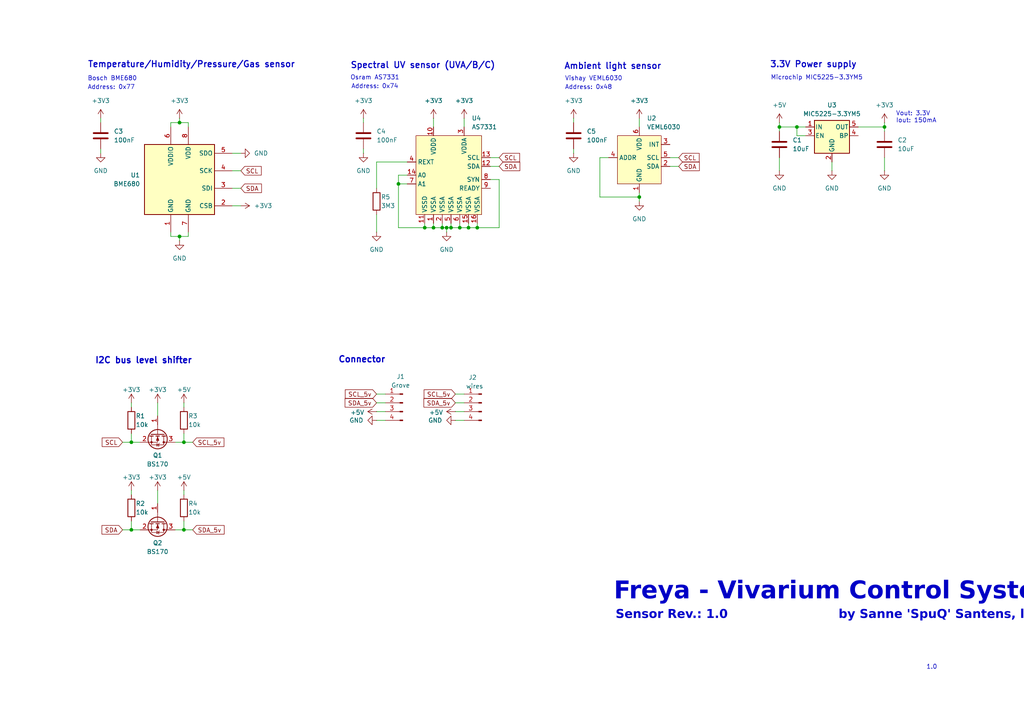
<source format=kicad_sch>
(kicad_sch (version 20231120) (generator "eeschema") (generator_version "8.0")
  (paper "A4")
  (lib_symbols
    (symbol "Connector:Conn_01x04_Pin" (pin_names (offset 1.016) hide)
      (property "Reference" "J" (at 0 5.08 0))
      (property "Value" "Conn_01x04_Pin" (at 0 -7.62 0))
      (symbol "Conn_01x04_Pin_1_1"
        (polyline (pts (xy 1.27 -5.08) (xy 0.8636 -5.08)) (stroke (width 0.1524)))
        (polyline (pts (xy 1.27 -2.54) (xy 0.8636 -2.54)) (stroke (width 0.1524)))
        (polyline (pts (xy 1.27 0) (xy 0.8636 0)) (stroke (width 0.1524)))
        (polyline (pts (xy 1.27 2.54) (xy 0.8636 2.54)) (stroke (width 0.1524)))
        (rectangle (start 0.8636 -4.953) (end 0 -5.207) (stroke (width 0.1524)) (fill (type outline)))
        (rectangle (start 0.8636 -2.413) (end 0 -2.667) (stroke (width 0.1524)) (fill (type outline)))
        (rectangle (start 0.8636 0.127) (end 0 -0.127) (stroke (width 0.1524)) (fill (type outline)))
        (rectangle (start 0.8636 2.667) (end 0 2.413) (stroke (width 0.1524)) (fill (type outline)))
        (pin passive line (at 5.08 2.54 180) (length 3.81) (name "Pin_1") (number "1"))
        (pin passive line (at 5.08 0 180) (length 3.81) (name "Pin_2") (number "2"))
        (pin passive line (at 5.08 -2.54 180) (length 3.81) (name "Pin_3") (number "3"))
        (pin passive line (at 5.08 -5.08 180) (length 3.81) (name "Pin_4") (number "4"))
      )
    )
    (symbol "Device:C" (pin_numbers hide) (pin_names (offset 0.254))
      (property "Reference" "C" (at 0.635 2.54 0))
      (property "Value" "C" (at 0.635 -2.54 0))
      (symbol "C_0_1"
        (polyline (pts (xy -2.032 -0.762) (xy 2.032 -0.762)) (stroke (width 0.508)))
        (polyline (pts (xy -2.032 0.762) (xy 2.032 0.762)) (stroke (width 0.508)))
      )
      (symbol "C_1_1"
        (pin passive line (at 0 3.81 270) (length 2.794) (name "~") (number "1"))
        (pin passive line (at 0 -3.81 90) (length 2.794) (name "~") (number "2"))
      )
    )
    (symbol "Device:Q_NMOS_GSD" (pin_names (offset 0) hide)
      (property "Reference" "Q" (at 5.08 1.27 0))
      (property "Value" "Q_NMOS_GSD" (at 5.08 -1.27 0))
      (symbol "Q_NMOS_GSD_0_1"
        (polyline (pts (xy 0.254 0) (xy -2.54 0)))
        (polyline (pts (xy 0.254 1.905) (xy 0.254 -1.905)) (stroke (width 0.254)))
        (polyline (pts (xy 0.762 -1.27) (xy 0.762 -2.286)) (stroke (width 0.254)))
        (polyline (pts (xy 0.762 0.508) (xy 0.762 -0.508)) (stroke (width 0.254)))
        (polyline (pts (xy 0.762 2.286) (xy 0.762 1.27)) (stroke (width 0.254)))
        (polyline (pts (xy 2.54 2.54) (xy 2.54 1.778)))
        (polyline (pts (xy 2.54 -2.54) (xy 2.54 0) (xy 0.762 0)))
        (polyline (pts (xy 0.762 -1.778) (xy 3.302 -1.778) (xy 3.302 1.778) (xy 0.762 1.778)))
        (polyline (pts (xy 1.016 0) (xy 2.032 0.381) (xy 2.032 -0.381) (xy 1.016 0)) (fill (type outline)))
        (polyline (pts (xy 2.794 0.508) (xy 2.921 0.381) (xy 3.683 0.381) (xy 3.81 0.254)))
        (polyline (pts (xy 3.302 0.381) (xy 2.921 -0.254) (xy 3.683 -0.254) (xy 3.302 0.381)))
        (circle (center 1.651 0) (radius 2.794) (stroke (width 0.254)))
        (circle (center 2.54 -1.778) (radius 0.254) (fill (type outline)))
        (circle (center 2.54 1.778) (radius 0.254) (fill (type outline)))
      )
      (symbol "Q_NMOS_GSD_1_1"
        (pin input line (at -5.08 0 0) (length 2.54) (name "G") (number "1"))
        (pin passive line (at 2.54 -5.08 90) (length 2.54) (name "S") (number "2"))
        (pin passive line (at 2.54 5.08 270) (length 2.54) (name "D") (number "3"))
      )
    )
    (symbol "Device:R" (pin_numbers hide) (pin_names (offset 0))
      (property "Reference" "R" (at 2.032 0 90))
      (property "Value" "R" (at 0 0 90))
      (symbol "R_0_1"
        (rectangle (start -1.016 -2.54) (end 1.016 2.54) (stroke (width 0.254)))
      )
      (symbol "R_1_1"
        (pin passive line (at 0 3.81 270) (length 1.27) (name "~") (number "1"))
        (pin passive line (at 0 -3.81 90) (length 1.27) (name "~") (number "2"))
      )
    )
    (symbol "Regulator_Linear:MIC5219-3.3YM5" (pin_names (offset 0.254))
      (property "Reference" "U" (at -3.81 5.715 0))
      (property "Value" "MIC5219-3.3YM5" (at 0 5.715 0))
      (symbol "MIC5219-3.3YM5_0_1"
        (rectangle (start -5.08 4.445) (end 5.08 -5.08) (stroke (width 0.254)) (fill (type background)))
      )
      (symbol "MIC5219-3.3YM5_1_1"
        (pin power_in line (at -7.62 2.54 0) (length 2.54) (name "IN") (number "1"))
        (pin power_in line (at 0 -7.62 90) (length 2.54) (name "GND") (number "2"))
        (pin input line (at -7.62 0 0) (length 2.54) (name "EN") (number "3"))
        (pin input line (at 7.62 0 180) (length 2.54) (name "BP") (number "4"))
        (pin power_out line (at 7.62 2.54 180) (length 2.54) (name "OUT") (number "5"))
      )
    )
    (symbol "Sensor:BME280"
      (property "Reference" "U" (at -8.89 11.43 0))
      (property "Value" "BME280" (at 7.62 11.43 0))
      (symbol "BME280_0_1"
        (rectangle (start -10.16 10.16) (end 10.16 -10.16) (stroke (width 0.254)) (fill (type background)))
      )
      (symbol "BME280_1_1"
        (pin power_in line (at -2.54 -15.24 90) (length 5.08) (name "GND") (number "1"))
        (pin input line (at 15.24 -7.62 180) (length 5.08) (name "CSB") (number "2"))
        (pin bidirectional line (at 15.24 -2.54 180) (length 5.08) (name "SDI") (number "3"))
        (pin input line (at 15.24 2.54 180) (length 5.08) (name "SCK") (number "4"))
        (pin bidirectional line (at 15.24 7.62 180) (length 5.08) (name "SDO") (number "5"))
        (pin power_in line (at -2.54 15.24 270) (length 5.08) (name "VDDIO") (number "6"))
        (pin power_in line (at 2.54 -15.24 90) (length 5.08) (name "GND") (number "7"))
        (pin power_in line (at 2.54 15.24 270) (length 5.08) (name "VDD") (number "8"))
      )
    )
    (symbol "emcosys_symbol_library:AS7331"
      (property "Reference" "U4" (at 6.0041 15.24 0))
      (property "Value" "AS7331" (at 6.0041 12.7 0))
      (symbol "AS7331_1_1"
        (rectangle (start -10.16 10.16) (end 8.89 -12.7) (fill (type background)))
        (pin power_in line (at -5.08 -15.24 90) (length 2.54) (name "VSSA") (number "1"))
        (pin power_in line (at -5.08 12.7 270) (length 2.54) (name "VDDD") (number "10"))
        (pin power_in line (at -7.62 -15.24 90) (length 2.54) (name "VSSD") (number "11"))
        (pin bidirectional line (at 11.43 1.27 180) (length 2.54) (name "SDA") (number "12"))
        (pin bidirectional line (at 11.43 3.81 180) (length 2.54) (name "SCL") (number "13"))
        (pin input line (at -12.7 -1.27 0) (length 2.54) (name "A0") (number "14"))
        (pin power_in line (at 5.08 -15.24 90) (length 2.54) (name "VSSA") (number "15"))
        (pin power_in line (at 7.62 -15.24 90) (length 2.54) (name "VSSA") (number "16"))
        (pin power_in line (at -2.54 -15.24 90) (length 2.54) (name "VSSA") (number "2"))
        (pin power_in line (at 3.81 12.7 270) (length 2.54) (name "VDDA") (number "3"))
        (pin passive line (at -12.7 2.54 0) (length 2.54) (name "REXT") (number "4"))
        (pin power_in line (at 0 -15.24 90) (length 2.54) (name "VSSA") (number "5"))
        (pin power_in line (at 2.54 -15.24 90) (length 2.54) (name "VSSA") (number "6"))
        (pin input line (at -12.7 -3.81 0) (length 2.54) (name "A1") (number "7"))
        (pin output line (at 11.43 -2.54 180) (length 2.54) (name "SYN") (number "8"))
        (pin output line (at 11.43 -5.08 180) (length 2.54) (name "READY") (number "9"))
      )
    )
    (symbol "emcosys_symbol_library:veml6030"
      (property "Reference" "U**" (at 3.556 10.414 0))
      (property "Value" "VEML6030" (at 6.604 7.62 0))
      (symbol "veml6030_1_1"
        (rectangle (start -6.35 6.35) (end 6.35 -7.62) (fill (type background)))
        (pin power_in line (at 0 -10.16 90) (length 2.54) (name "GND") (number "1"))
        (pin bidirectional line (at 8.89 -2.54 180) (length 2.54) (name "SDA") (number "2"))
        (pin output line (at 8.89 3.81 180) (length 2.54) (name "INT") (number "3"))
        (pin input line (at -8.89 0 0) (length 2.54) (name "ADDR") (number "4"))
        (pin bidirectional line (at 8.89 0 180) (length 2.54) (name "SCL") (number "5"))
        (pin power_in line (at 0 8.89 270) (length 2.54) (name "VDD") (number "6"))
      )
    )
    (symbol "power:+3V3" (power) (pin_numbers hide) (pin_names (offset 0) hide)
      (property "Value" "+3V3" (at 0 3.556 0))
      (symbol "+3V3_0_1"
        (polyline (pts (xy -0.762 1.27) (xy 0 2.54)))
        (polyline (pts (xy 0 0) (xy 0 2.54)))
        (polyline (pts (xy 0 2.54) (xy 0.762 1.27)))
      )
      (symbol "+3V3_1_1"
        (pin power_in line (at 0 0 90) (length 0) (name "~") (number "1"))
      )
    )
    (symbol "power:+5V" (power) (pin_numbers hide) (pin_names (offset 0) hide)
      (property "Value" "+5V" (at 0 3.556 0))
      (symbol "+5V_0_1"
        (polyline (pts (xy -0.762 1.27) (xy 0 2.54)))
        (polyline (pts (xy 0 0) (xy 0 2.54)))
        (polyline (pts (xy 0 2.54) (xy 0.762 1.27)))
      )
      (symbol "+5V_1_1"
        (pin power_in line (at 0 0 90) (length 0) (name "~") (number "1"))
      )
    )
    (symbol "power:GND" (power) (pin_numbers hide) (pin_names (offset 0) hide)
      (property "Value" "GND" (at 0 -3.81 0))
      (symbol "GND_0_1"
        (polyline (pts (xy 0 0) (xy 0 -1.27) (xy 1.27 -1.27) (xy 0 -2.54) (xy -1.27 -1.27) (xy 0 -1.27)))
      )
      (symbol "GND_1_1"
        (pin power_in line (at 0 0 270) (length 0) (name "~") (number "1"))
      )
    )
  )
  (junction (at 138.43 66.04))
  (junction (at 185.42 57.15))
  (junction (at 53.34 153.67))
  (junction (at 52.07 35.56))
  (junction (at 231.14 36.83))
  (junction (at 123.19 66.04))
  (junction (at 38.1 153.67))
  (junction (at 256.54 36.83))
  (junction (at 129.54 66.04))
  (junction (at 226.06 36.83))
  (junction (at 52.07 68.58))
  (junction (at 130.81 66.04))
  (junction (at 125.73 66.04))
  (junction (at 128.27 66.04))
  (junction (at 135.89 66.04))
  (junction (at 115.57 53.34))
  (junction (at 133.35 66.04))
  (junction (at 53.34 128.27))
  (junction (at 38.1 128.27))
  (wire (pts (xy 256.54 36.83) (xy 256.54 38.1)))
  (wire (pts (xy 53.34 128.27) (xy 53.34 125.73)))
  (wire (pts (xy 53.34 128.27) (xy 55.88 128.27)))
  (wire (pts (xy 256.54 35.56) (xy 256.54 36.83)))
  (wire (pts (xy 50.8 128.27) (xy 53.34 128.27)))
  (wire (pts (xy 226.06 36.83) (xy 231.14 36.83)))
  (wire (pts (xy 67.31 59.69) (xy 69.85 59.69)))
  (wire (pts (xy 142.24 45.72) (xy 144.78 45.72)))
  (wire (pts (xy 134.62 34.29) (xy 134.62 36.83)))
  (wire (pts (xy 144.78 52.07) (xy 144.78 66.04)))
  (wire (pts (xy 226.06 36.83) (xy 226.06 38.1)))
  (wire (pts (xy 38.1 116.84) (xy 38.1 118.11)))
  (wire (pts (xy 115.57 66.04) (xy 123.19 66.04)))
  (wire (pts (xy 185.42 55.88) (xy 185.42 57.15)))
  (wire (pts (xy 226.06 45.72) (xy 226.06 49.53)))
  (wire (pts (xy 142.24 52.07) (xy 144.78 52.07)))
  (wire (pts (xy 142.24 48.26) (xy 144.78 48.26)))
  (wire (pts (xy 52.07 34.29) (xy 52.07 35.56)))
  (wire (pts (xy 115.57 50.8) (xy 115.57 53.34)))
  (wire (pts (xy 185.42 34.29) (xy 185.42 36.83)))
  (wire (pts (xy 109.22 114.3) (xy 111.76 114.3)))
  (wire (pts (xy 194.31 45.72) (xy 196.85 45.72)))
  (wire (pts (xy 35.56 153.67) (xy 38.1 153.67)))
  (wire (pts (xy 135.89 64.77) (xy 135.89 66.04)))
  (wire (pts (xy 54.61 67.31) (xy 54.61 68.58)))
  (wire (pts (xy 50.8 153.67) (xy 53.34 153.67)))
  (wire (pts (xy 132.08 114.3) (xy 134.62 114.3)))
  (wire (pts (xy 129.54 66.04) (xy 129.54 67.31)))
  (wire (pts (xy 125.73 34.29) (xy 125.73 36.83)))
  (wire (pts (xy 123.19 66.04) (xy 125.73 66.04)))
  (wire (pts (xy 49.53 68.58) (xy 52.07 68.58)))
  (wire (pts (xy 53.34 142.24) (xy 53.34 143.51)))
  (wire (pts (xy 115.57 53.34) (xy 115.57 66.04)))
  (wire (pts (xy 109.22 62.23) (xy 109.22 67.31)))
  (wire (pts (xy 125.73 66.04) (xy 128.27 66.04)))
  (wire (pts (xy 115.57 53.34) (xy 118.11 53.34)))
  (wire (pts (xy 35.56 128.27) (xy 38.1 128.27)))
  (wire (pts (xy 173.99 45.72) (xy 173.99 57.15)))
  (wire (pts (xy 128.27 66.04) (xy 129.54 66.04)))
  (wire (pts (xy 125.73 64.77) (xy 125.73 66.04)))
  (wire (pts (xy 166.37 43.18) (xy 166.37 44.45)))
  (wire (pts (xy 45.72 116.84) (xy 45.72 120.65)))
  (wire (pts (xy 54.61 35.56) (xy 54.61 36.83)))
  (wire (pts (xy 248.92 36.83) (xy 256.54 36.83)))
  (wire (pts (xy 231.14 36.83) (xy 233.68 36.83)))
  (wire (pts (xy 130.81 64.77) (xy 130.81 66.04)))
  (wire (pts (xy 133.35 64.77) (xy 133.35 66.04)))
  (wire (pts (xy 38.1 142.24) (xy 38.1 143.51)))
  (wire (pts (xy 109.22 46.99) (xy 118.11 46.99)))
  (wire (pts (xy 173.99 57.15) (xy 185.42 57.15)))
  (wire (pts (xy 226.06 35.56) (xy 226.06 36.83)))
  (wire (pts (xy 111.76 119.38) (xy 109.22 119.38)))
  (wire (pts (xy 29.21 34.29) (xy 29.21 35.56)))
  (wire (pts (xy 231.14 39.37) (xy 231.14 36.83)))
  (wire (pts (xy 111.76 121.92) (xy 109.22 121.92)))
  (wire (pts (xy 38.1 153.67) (xy 40.64 153.67)))
  (wire (pts (xy 241.3 46.99) (xy 241.3 49.53)))
  (wire (pts (xy 134.62 119.38) (xy 132.08 119.38)))
  (wire (pts (xy 233.68 39.37) (xy 231.14 39.37)))
  (wire (pts (xy 29.21 43.18) (xy 29.21 44.45)))
  (wire (pts (xy 49.53 67.31) (xy 49.53 68.58)))
  (wire (pts (xy 134.62 121.92) (xy 132.08 121.92)))
  (wire (pts (xy 67.31 44.45) (xy 69.85 44.45)))
  (wire (pts (xy 52.07 68.58) (xy 52.07 69.85)))
  (wire (pts (xy 38.1 125.73) (xy 38.1 128.27)))
  (wire (pts (xy 185.42 57.15) (xy 185.42 58.42)))
  (wire (pts (xy 134.62 116.84) (xy 132.08 116.84)))
  (wire (pts (xy 105.41 34.29) (xy 105.41 35.56)))
  (wire (pts (xy 38.1 151.13) (xy 38.1 153.67)))
  (wire (pts (xy 53.34 153.67) (xy 55.88 153.67)))
  (wire (pts (xy 128.27 64.77) (xy 128.27 66.04)))
  (wire (pts (xy 138.43 66.04) (xy 138.43 64.77)))
  (wire (pts (xy 118.11 50.8) (xy 115.57 50.8)))
  (wire (pts (xy 53.34 153.67) (xy 53.34 151.13)))
  (wire (pts (xy 49.53 36.83) (xy 49.53 35.56)))
  (wire (pts (xy 67.31 49.53) (xy 69.85 49.53)))
  (wire (pts (xy 49.53 35.56) (xy 52.07 35.56)))
  (wire (pts (xy 144.78 66.04) (xy 138.43 66.04)))
  (wire (pts (xy 166.37 34.29) (xy 166.37 35.56)))
  (wire (pts (xy 45.72 142.24) (xy 45.72 146.05)))
  (wire (pts (xy 123.19 64.77) (xy 123.19 66.04)))
  (wire (pts (xy 194.31 48.26) (xy 196.85 48.26)))
  (wire (pts (xy 256.54 45.72) (xy 256.54 49.53)))
  (wire (pts (xy 67.31 54.61) (xy 69.85 54.61)))
  (wire (pts (xy 53.34 116.84) (xy 53.34 118.11)))
  (wire (pts (xy 135.89 66.04) (xy 138.43 66.04)))
  (wire (pts (xy 111.76 116.84) (xy 109.22 116.84)))
  (wire (pts (xy 133.35 66.04) (xy 135.89 66.04)))
  (wire (pts (xy 38.1 128.27) (xy 40.64 128.27)))
  (wire (pts (xy 109.22 54.61) (xy 109.22 46.99)))
  (wire (pts (xy 130.81 66.04) (xy 133.35 66.04)))
  (wire (pts (xy 105.41 43.18) (xy 105.41 44.45)))
  (wire (pts (xy 52.07 68.58) (xy 54.61 68.58)))
  (wire (pts (xy 176.53 45.72) (xy 173.99 45.72)))
  (wire (pts (xy 129.54 66.04) (xy 130.81 66.04)))
  (wire (pts (xy 52.07 35.56) (xy 54.61 35.56)))
  (text "Spectral UV sensor (UVA/B/C)" (at 101.6 19.05 0) (effects (font (size 1.778 1.778) (thickness 0.3048) (bold yes)) (justify left)))
  (text "Bosch BME680" (at 25.4 22.86 0) (effects (font (size 1.27 1.27)) (justify left)))
  (text "Sensor Rev.: 1.0                          by Sanne 'SpuQ' Santens, late 2024" (at 178.562 179.07 0) (effects (font (size 2.54 2.54)) (justify left)))
  (text "3.3V Power supply" (at 223.266 18.796 0) (effects (font (size 1.778 1.778) (thickness 0.3048) (bold yes)) (justify left)))
  (text "Vout: 3.3V\nIout: 150mA\n" (at 259.842 34.036 0) (effects (font (size 1.27 1.27)) (justify left)))
  (text "Address: 0x77" (at 25.4 25.4 0) (effects (font (size 1.27 1.27)) (justify left)))
  (text "Connector" (at 98.044 104.394 0) (effects (font (size 1.778 1.778) (thickness 0.3556) (bold yes)) (justify left)))
  (text "Microchip MIC5225-3.3YM5" (at 223.52 22.606 0) (effects (font (size 1.27 1.27)) (justify left)))
  (text "Address: 0x74" (at 101.854 25.146 0) (effects (font (size 1.27 1.27)) (justify left)))
  (text "I2C bus level shifter" (at 41.656 104.648 0) (effects (font (size 1.778 1.778) (thickness 0.3556) (bold yes))))
  (text "Vishay VEML6030" (at 163.83 22.86 0) (effects (font (size 1.27 1.27)) (justify left)))
  (text "Osram AS7331" (at 101.6 22.606 0) (effects (font (size 1.27 1.27)) (justify left)))
  (text "Address: 0x48" (at 163.83 25.4 0) (effects (font (size 1.27 1.27)) (justify left)))
  (text "Ambient light sensor" (at 163.576 19.304 0) (effects (font (size 1.778 1.778) (thickness 0.3048) (bold yes)) (justify left)))
  (text "Freya - Vivarium Control System" (at 178.054 172.974 0) (effects (font (size 5.08 5.08)) (justify left)))
  (text "1.0" (at 270.256 193.548 0) (effects (font (size 1.27 1.27))))
  (text "Temperature/Humidity/Pressure/Gas sensor" (at 25.4 18.796 0) (effects (font (size 1.778 1.778) (thickness 0.3048) (bold yes)) (justify left)))
  (global_label "SCL" (shape input) (at 144.78 45.72 0) (property "Intersheetrefs" "${INTERSHEET_REFS}" (effects (hide yes))))
  (global_label "SCL" (shape input) (at 35.56 128.27 180) (property "Intersheetrefs" "${INTERSHEET_REFS}" (effects (hide yes))))
  (global_label "SDA" (shape input) (at 144.78 48.26 0) (property "Intersheetrefs" "${INTERSHEET_REFS}" (effects (hide yes))))
  (global_label "SCL_5v" (shape input) (at 109.22 114.3 180) (property "Intersheetrefs" "${INTERSHEET_REFS}" (effects (hide yes))))
  (global_label "SCL_5v" (shape input) (at 55.88 128.27 0) (property "Intersheetrefs" "${INTERSHEET_REFS}" (effects (hide yes))))
  (global_label "SDA_5v" (shape input) (at 109.22 116.84 180) (property "Intersheetrefs" "${INTERSHEET_REFS}" (effects (hide yes))))
  (global_label "SCL_5v" (shape input) (at 132.08 114.3 180) (property "Intersheetrefs" "${INTERSHEET_REFS}" (effects (hide yes))))
  (global_label "SDA_5v" (shape input) (at 132.08 116.84 180) (property "Intersheetrefs" "${INTERSHEET_REFS}" (effects (hide yes))))
  (global_label "SDA" (shape input) (at 196.85 48.26 0) (property "Intersheetrefs" "${INTERSHEET_REFS}" (effects (hide yes))))
  (global_label "SDA" (shape input) (at 69.85 54.61 0) (property "Intersheetrefs" "${INTERSHEET_REFS}" (effects (hide yes))))
  (global_label "SCL" (shape input) (at 69.85 49.53 0) (property "Intersheetrefs" "${INTERSHEET_REFS}" (effects (hide yes))))
  (global_label "SDA" (shape input) (at 35.56 153.67 180) (property "Intersheetrefs" "${INTERSHEET_REFS}" (effects (hide yes))))
  (global_label "SDA_5v" (shape input) (at 55.88 153.67 0) (property "Intersheetrefs" "${INTERSHEET_REFS}" (effects (hide yes))))
  (global_label "SCL" (shape input) (at 196.85 45.72 0) (property "Intersheetrefs" "${INTERSHEET_REFS}" (effects (hide yes))))
  (symbol (lib_id "power:GND") (at 29.21 44.45 0) (unit 1)
    (property "Reference" "#PWR023" (effects (hide yes)))
    (property "Value" "GND" (at 29.21 49.53 0))
    (property "Description" "Power symbol creates a global label with name \"GND\" , ground" (effects (hide yes)))
  )
  (symbol (lib_id "Device:C") (at 29.21 39.37 0) (unit 1)
    (property "Reference" "C3" (at 33.02 38.0999 0) (effects (justify left)))
    (property "Value" "100nF" (at 33.02 40.6399 0) (effects (justify left)))
    (property "Footprint" "Capacitor_SMD:C_0805_2012Metric" (effects (hide yes)))
    (property "Description" "Unpolarized capacitor" (effects (hide yes)))
  )
  (symbol (lib_id "power:GND") (at 109.22 121.92 270) (mirror x) (unit 1)
    (property "Reference" "#PWR08" (effects (hide yes)))
    (property "Value" "GND" (at 105.41 121.9199 90) (effects (justify right)))
    (property "Description" "Power symbol creates a global label with name \"GND\" , ground" (effects (hide yes)))
  )
  (symbol (lib_id "Connector:Conn_01x04_Pin") (at 116.84 116.84 0) (mirror y) (unit 1)
    (property "Reference" "J1" (at 116.205 109.22 0))
    (property "Value" "Grove" (at 116.205 111.76 0))
    (property "Footprint" "emcosys:Grove_SMD_right_angle" (effects (hide yes)))
    (property "Description" "Generic connector, single row, 01x04, script generated" (effects (hide yes)))
  )
  (symbol (lib_id "power:+3V3") (at 166.37 34.29 0) (unit 1)
    (property "Reference" "#PWR022" (effects (hide yes)))
    (property "Value" "+3V3" (at 166.37 29.21 0))
    (property "Description" "Power symbol creates a global label with name \"+3V3\"" (effects (hide yes)))
  )
  (symbol (lib_id "power:+3V3") (at 185.42 34.29 0) (unit 1)
    (property "Reference" "#PWR012" (effects (hide yes)))
    (property "Value" "+3V3" (at 185.42 29.21 0))
    (property "Description" "Power symbol creates a global label with name \"+3V3\"" (effects (hide yes)))
  )
  (symbol (lib_id "power:+3V3") (at 45.72 142.24 0) (unit 1)
    (property "Reference" "#PWR04" (effects (hide yes)))
    (property "Value" "+3V3" (at 45.72 138.43 0))
    (property "Description" "Power symbol creates a global label with name \"+3V3\"" (effects (hide yes)))
  )
  (symbol (lib_id "power:+3V3") (at 69.85 59.69 270) (unit 1)
    (property "Reference" "#PWR027" (effects (hide yes)))
    (property "Value" "+3V3" (at 73.66 59.6899 90) (effects (justify left)))
    (property "Description" "Power symbol creates a global label with name \"+3V3\"" (effects (hide yes)))
  )
  (symbol (lib_id "power:+3V3") (at 52.07 34.29 0) (unit 1)
    (property "Reference" "#PWR011" (effects (hide yes)))
    (property "Value" "+3V3" (at 52.07 29.21 0))
    (property "Description" "Power symbol creates a global label with name \"+3V3\"" (effects (hide yes)))
  )
  (symbol (lib_id "power:+3V3") (at 38.1 142.24 0) (unit 1)
    (property "Reference" "#PWR02" (effects (hide yes)))
    (property "Value" "+3V3" (at 38.1 138.43 0))
    (property "Description" "Power symbol creates a global label with name \"+3V3\"" (effects (hide yes)))
  )
  (symbol (lib_id "Device:Q_NMOS_GSD") (at 45.72 125.73 270) (unit 1)
    (property "Reference" "Q1" (at 45.72 132.08 90))
    (property "Value" "BS170" (at 45.72 134.62 90))
    (property "Footprint" "Package_TO_SOT_SMD:SOT-23" (effects (hide yes)))
    (property "Description" "N-MOSFET transistor, gate/source/drain" (effects (hide yes)))
  )
  (symbol (lib_id "Device:Q_NMOS_GSD") (at 45.72 151.13 270) (unit 1)
    (property "Reference" "Q2" (at 45.72 157.48 90))
    (property "Value" "BS170" (at 45.72 160.02 90))
    (property "Footprint" "Package_TO_SOT_SMD:SOT-23" (effects (hide yes)))
    (property "Description" "N-MOSFET transistor, gate/source/drain" (effects (hide yes)))
  )
  (symbol (lib_id "Device:R") (at 38.1 121.92 0) (unit 1)
    (property "Reference" "R1" (at 39.37 120.65 0) (effects (justify left)))
    (property "Value" "10k" (at 39.37 123.19 0) (effects (justify left)))
    (property "Footprint" "Resistor_SMD:R_0805_2012Metric" (effects (hide yes)))
    (property "Description" "Resistor" (effects (hide yes)))
  )
  (symbol (lib_id "emcosys_symbol_library:AS7331") (at 130.81 49.53 0) (unit 1)
    (property "Reference" "U4" (at 136.8141 34.29 0) (effects (justify left)))
    (property "Value" "AS7331" (at 136.8141 36.83 0) (effects (justify left)))
    (property "Footprint" "emcosys:Osram_AS7331" (effects (hide yes)))
  )
  (symbol (lib_id "power:+5V") (at 53.34 142.24 0) (unit 1)
    (property "Reference" "#PWR06" (effects (hide yes)))
    (property "Value" "+5V" (at 53.34 138.43 0))
    (property "Description" "Power symbol creates a global label with name \"+5V\"" (effects (hide yes)))
  )
  (symbol (lib_id "power:GND") (at 109.22 67.31 0) (unit 1)
    (property "Reference" "#PWR031" (effects (hide yes)))
    (property "Value" "GND" (at 109.22 72.39 0))
    (property "Description" "Power symbol creates a global label with name \"GND\" , ground" (effects (hide yes)))
  )
  (symbol (lib_id "Connector:Conn_01x04_Pin") (at 139.7 116.84 0) (mirror y) (unit 1)
    (property "Reference" "J2" (at 135.89 109.474 0) (effects (justify right)))
    (property "Value" "wires" (at 135.128 112.014 0) (effects (justify right)))
    (property "Footprint" "Connector_PinHeader_2.54mm:PinHeader_1x04_P2.54mm_Vertical" (effects (hide yes)))
    (property "Description" "Generic connector, single row, 01x04, script generated" (effects (hide yes)))
  )
  (symbol (lib_id "power:+3V3") (at 45.72 116.84 0) (unit 1)
    (property "Reference" "#PWR03" (effects (hide yes)))
    (property "Value" "+3V3" (at 45.72 113.03 0))
    (property "Description" "Power symbol creates a global label with name \"+3V3\"" (effects (hide yes)))
  )
  (symbol (lib_id "power:+3V3") (at 125.73 34.29 0) (unit 1)
    (property "Reference" "#PWR028" (effects (hide yes)))
    (property "Value" "+3V3" (at 125.73 29.21 0))
    (property "Description" "Power symbol creates a global label with name \"+3V3\"" (effects (hide yes)))
  )
  (symbol (lib_id "power:+3V3") (at 38.1 116.84 0) (unit 1)
    (property "Reference" "#PWR01" (effects (hide yes)))
    (property "Value" "+3V3" (at 38.1 113.03 0))
    (property "Description" "Power symbol creates a global label with name \"+3V3\"" (effects (hide yes)))
  )
  (symbol (lib_id "emcosys_symbol_library:veml6030") (at 185.42 45.72 0) (unit 1)
    (property "Reference" "U2" (at 187.6141 34.29 0) (effects (justify left)))
    (property "Value" "VEML6030" (at 187.6141 36.83 0) (effects (justify left)))
    (property "Footprint" "emcosys:VEML6030" (effects (hide yes)))
  )
  (symbol (lib_id "Regulator_Linear:MIC5219-3.3YM5") (at 241.3 39.37 0) (unit 1)
    (property "Reference" "U3" (at 241.3 30.48 0))
    (property "Value" "MIC5225-3.3YM5" (at 241.3 33.02 0))
    (property "Footprint" "Package_TO_SOT_SMD:SOT-23-5" (effects (hide yes)))
    (property "Datasheet" "http://ww1.microchip.com/downloads/en/DeviceDoc/MIC5219-500mA-Peak-Output-LDO-Regulator-DS20006021A.pdf" (effects (hide yes)))
    (property "Description" "500mA low dropout linear regulator, fixed 3.3V output, SOT-23-5" (effects (hide yes)))
  )
  (symbol (lib_id "power:GND") (at 256.54 49.53 0) (unit 1)
    (property "Reference" "#PWR019" (effects (hide yes)))
    (property "Value" "GND" (at 256.54 54.61 0))
    (property "Description" "Power symbol creates a global label with name \"GND\" , ground" (effects (hide yes)))
  )
  (symbol (lib_id "power:GND") (at 52.07 69.85 0) (unit 1)
    (property "Reference" "#PWR014" (effects (hide yes)))
    (property "Value" "GND" (at 52.07 74.93 0))
    (property "Description" "Power symbol creates a global label with name \"GND\" , ground" (effects (hide yes)))
  )
  (symbol (lib_id "power:+3V3") (at 105.41 34.29 0) (unit 1)
    (property "Reference" "#PWR021" (effects (hide yes)))
    (property "Value" "+3V3" (at 105.41 29.21 0))
    (property "Description" "Power symbol creates a global label with name \"+3V3\"" (effects (hide yes)))
  )
  (symbol (lib_id "power:+3V3") (at 29.21 34.29 0) (unit 1)
    (property "Reference" "#PWR020" (effects (hide yes)))
    (property "Value" "+3V3" (at 29.21 29.21 0))
    (property "Description" "Power symbol creates a global label with name \"+3V3\"" (effects (hide yes)))
  )
  (symbol (lib_id "power:GND") (at 166.37 44.45 0) (unit 1)
    (property "Reference" "#PWR025" (effects (hide yes)))
    (property "Value" "GND" (at 166.37 49.53 0))
    (property "Description" "Power symbol creates a global label with name \"GND\" , ground" (effects (hide yes)))
  )
  (symbol (lib_id "Device:R") (at 109.22 58.42 0) (unit 1)
    (property "Reference" "R5" (at 110.49 57.15 0) (effects (justify left)))
    (property "Value" "3M3" (at 110.49 59.69 0) (effects (justify left)))
    (property "Footprint" "Resistor_SMD:R_0805_2012Metric" (effects (hide yes)))
    (property "Description" "Resistor" (effects (hide yes)))
  )
  (symbol (lib_id "power:+5V") (at 226.06 35.56 0) (unit 1)
    (property "Reference" "#PWR016" (effects (hide yes)))
    (property "Value" "+5V" (at 226.06 30.48 0))
    (property "Description" "Power symbol creates a global label with name \"+5V\"" (effects (hide yes)))
  )
  (symbol (lib_id "power:GND") (at 69.85 44.45 90) (unit 1)
    (property "Reference" "#PWR026" (effects (hide yes)))
    (property "Value" "GND" (at 73.66 44.4499 90) (effects (justify right)))
    (property "Description" "Power symbol creates a global label with name \"GND\" , ground" (effects (hide yes)))
  )
  (symbol (lib_id "power:GND") (at 241.3 49.53 0) (unit 1)
    (property "Reference" "#PWR015" (effects (hide yes)))
    (property "Value" "GND" (at 241.3 54.61 0))
    (property "Description" "Power symbol creates a global label with name \"GND\" , ground" (effects (hide yes)))
  )
  (symbol (lib_id "power:GND") (at 129.54 67.31 0) (unit 1)
    (property "Reference" "#PWR030" (effects (hide yes)))
    (property "Value" "GND" (at 129.54 72.39 0))
    (property "Description" "Power symbol creates a global label with name \"GND\" , ground" (effects (hide yes)))
  )
  (symbol (lib_id "power:GND") (at 105.41 44.45 0) (unit 1)
    (property "Reference" "#PWR024" (effects (hide yes)))
    (property "Value" "GND" (at 105.41 49.53 0))
    (property "Description" "Power symbol creates a global label with name \"GND\" , ground" (effects (hide yes)))
  )
  (symbol (lib_id "power:+5V") (at 53.34 116.84 0) (unit 1)
    (property "Reference" "#PWR05" (effects (hide yes)))
    (property "Value" "+5V" (at 53.34 113.03 0))
    (property "Description" "Power symbol creates a global label with name \"+5V\"" (effects (hide yes)))
  )
  (symbol (lib_id "power:+3V3") (at 256.54 35.56 0) (unit 1)
    (property "Reference" "#PWR017" (effects (hide yes)))
    (property "Value" "+3V3" (at 256.54 30.48 0))
    (property "Description" "Power symbol creates a global label with name \"+3V3\"" (effects (hide yes)))
  )
  (symbol (lib_id "power:+3V3") (at 134.62 34.29 0) (unit 1)
    (property "Reference" "#PWR029" (effects (hide yes)))
    (property "Value" "+3V3" (at 134.62 29.21 0))
    (property "Description" "Power symbol creates a global label with name \"+3V3\"" (effects (hide yes)))
  )
  (symbol (lib_id "power:+5V") (at 132.08 119.38 90) (unit 1)
    (property "Reference" "#PWR09" (effects (hide yes)))
    (property "Value" "+5V" (at 126.492 119.634 90))
    (property "Description" "Power symbol creates a global label with name \"+5V\"" (effects (hide yes)))
  )
  (symbol (lib_id "power:GND") (at 226.06 49.53 0) (unit 1)
    (property "Reference" "#PWR018" (effects (hide yes)))
    (property "Value" "GND" (at 226.06 54.61 0))
    (property "Description" "Power symbol creates a global label with name \"GND\" , ground" (effects (hide yes)))
  )
  (symbol (lib_id "Device:R") (at 53.34 121.92 0) (unit 1)
    (property "Reference" "R3" (at 54.61 120.65 0) (effects (justify left)))
    (property "Value" "10k" (at 54.61 123.19 0) (effects (justify left)))
    (property "Footprint" "Resistor_SMD:R_0805_2012Metric" (effects (hide yes)))
    (property "Description" "Resistor" (effects (hide yes)))
  )
  (symbol (lib_id "Sensor:BME280") (at 52.07 52.07 0) (unit 1)
    (property "Reference" "U1" (at 40.64 50.7999 0) (effects (justify right)))
    (property "Value" "BME680" (at 40.64 53.3399 0) (effects (justify right)))
    (property "Footprint" "emcosys:BME680" (effects (hide yes)))
    (property "Datasheet" "https://www.bosch-sensortec.com/media/boschsensortec/downloads/datasheets/bst-bme280-ds002.pdf" (effects (hide yes)))
    (property "Description" "3-in-1 sensor, humidity, pressure, temperature, I2C and SPI interface, 1.71-3.6V, LGA-8" (effects (hide yes)))
  )
  (symbol (lib_id "Device:C") (at 256.54 41.91 0) (unit 1)
    (property "Reference" "C2" (at 260.35 40.6399 0) (effects (justify left)))
    (property "Value" "10uF" (at 260.35 43.1799 0) (effects (justify left)))
    (property "Footprint" "Capacitor_SMD:C_0805_2012Metric" (effects (hide yes)))
    (property "Description" "Unpolarized capacitor" (effects (hide yes)))
  )
  (symbol (lib_id "Device:R") (at 53.34 147.32 0) (unit 1)
    (property "Reference" "R4" (at 54.61 146.05 0) (effects (justify left)))
    (property "Value" "10k" (at 54.61 148.59 0) (effects (justify left)))
    (property "Footprint" "Resistor_SMD:R_0805_2012Metric" (effects (hide yes)))
    (property "Description" "Resistor" (effects (hide yes)))
  )
  (symbol (lib_id "Device:C") (at 226.06 41.91 0) (unit 1)
    (property "Reference" "C1" (at 229.87 40.6399 0) (effects (justify left)))
    (property "Value" "10uF" (at 229.87 43.1799 0) (effects (justify left)))
    (property "Footprint" "Capacitor_SMD:C_0805_2012Metric" (effects (hide yes)))
    (property "Description" "Unpolarized capacitor" (effects (hide yes)))
  )
  (symbol (lib_id "Device:R") (at 38.1 147.32 0) (unit 1)
    (property "Reference" "R2" (at 39.37 146.05 0) (effects (justify left)))
    (property "Value" "10k" (at 39.37 148.59 0) (effects (justify left)))
    (property "Footprint" "Resistor_SMD:R_0805_2012Metric" (effects (hide yes)))
    (property "Description" "Resistor" (effects (hide yes)))
  )
  (symbol (lib_id "power:+5V") (at 109.22 119.38 90) (unit 1)
    (property "Reference" "#PWR07" (effects (hide yes)))
    (property "Value" "+5V" (at 103.632 119.634 90))
    (property "Description" "Power symbol creates a global label with name \"+5V\"" (effects (hide yes)))
  )
  (symbol (lib_id "Device:C") (at 166.37 39.37 0) (unit 1)
    (property "Reference" "C5" (at 170.18 38.0999 0) (effects (justify left)))
    (property "Value" "100nF" (at 170.18 40.6399 0) (effects (justify left)))
    (property "Footprint" "Capacitor_SMD:C_0805_2012Metric" (effects (hide yes)))
    (property "Description" "Unpolarized capacitor" (effects (hide yes)))
  )
  (symbol (lib_id "power:GND") (at 185.42 58.42 0) (unit 1)
    (property "Reference" "#PWR013" (effects (hide yes)))
    (property "Value" "GND" (at 185.42 63.5 0))
    (property "Description" "Power symbol creates a global label with name \"GND\" , ground" (effects (hide yes)))
  )
  (symbol (lib_id "power:GND") (at 132.08 121.92 270) (mirror x) (unit 1)
    (property "Reference" "#PWR010" (effects (hide yes)))
    (property "Value" "GND" (at 128.27 121.9199 90) (effects (justify right)))
    (property "Description" "Power symbol creates a global label with name \"GND\" , ground" (effects (hide yes)))
  )
  (symbol (lib_id "Device:C") (at 105.41 39.37 0) (unit 1)
    (property "Reference" "C4" (at 109.22 38.0999 0) (effects (justify left)))
    (property "Value" "100nF" (at 109.22 40.6399 0) (effects (justify left)))
    (property "Footprint" "Capacitor_SMD:C_0805_2012Metric" (effects (hide yes)))
    (property "Description" "Unpolarized capacitor" (effects (hide yes)))
  )
)
</source>
